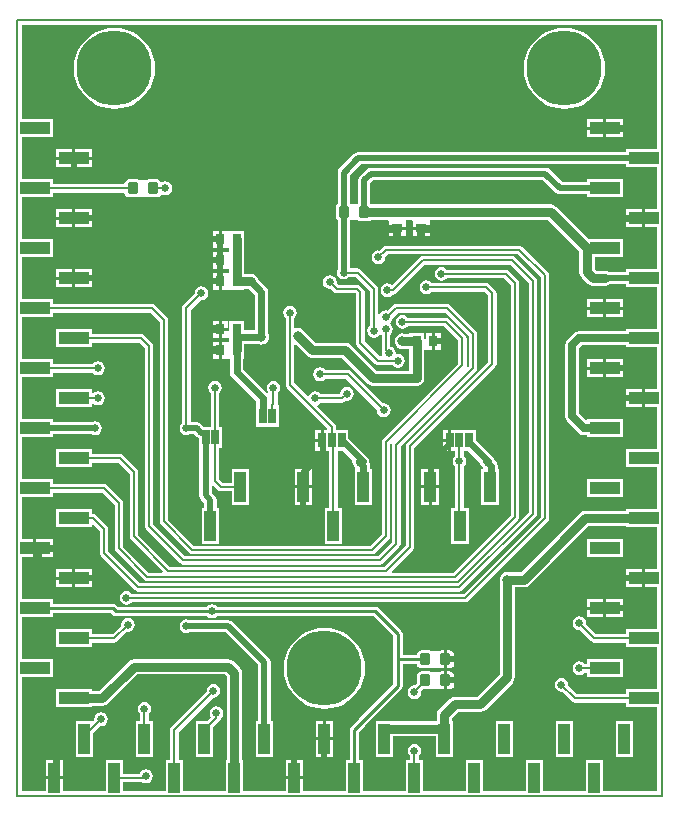
<source format=gbl>
G04*
G04 #@! TF.GenerationSoftware,Altium Limited,Altium Designer,20.2.6 (244)*
G04*
G04 Layer_Physical_Order=2*
G04 Layer_Color=16711680*
%FSLAX25Y25*%
%MOIN*%
G70*
G04*
G04 #@! TF.SameCoordinates,39434470-8384-4B1D-BF7C-59D8A565AEB1*
G04*
G04*
G04 #@! TF.FilePolarity,Positive*
G04*
G01*
G75*
%ADD11C,0.01000*%
%ADD12C,0.00500*%
%ADD14C,0.00800*%
%ADD18C,0.03000*%
%ADD20C,0.02400*%
%ADD21C,0.02000*%
%ADD22C,0.25000*%
%ADD23C,0.02500*%
%ADD24C,0.03200*%
%ADD25R,0.09843X0.03937*%
%ADD26R,0.03937X0.09843*%
%ADD27R,0.03740X0.02953*%
G04:AMPARAMS|DCode=28|XSize=39.37mil|YSize=35.43mil|CornerRadius=4.43mil|HoleSize=0mil|Usage=FLASHONLY|Rotation=270.000|XOffset=0mil|YOffset=0mil|HoleType=Round|Shape=RoundedRectangle|*
%AMROUNDEDRECTD28*
21,1,0.03937,0.02657,0,0,270.0*
21,1,0.03051,0.03543,0,0,270.0*
1,1,0.00886,-0.01329,-0.01526*
1,1,0.00886,-0.01329,0.01526*
1,1,0.00886,0.01329,0.01526*
1,1,0.00886,0.01329,-0.01526*
%
%ADD28ROUNDEDRECTD28*%
%ADD29R,0.02953X0.03740*%
%ADD30R,0.02500X0.05000*%
%ADD31C,0.02500*%
G36*
X213471Y215469D02*
X203075D01*
Y214539D01*
X113700D01*
X113700Y214539D01*
X112920Y214384D01*
X112258Y213942D01*
X112258Y213942D01*
X107458Y209142D01*
X107016Y208480D01*
X106861Y207700D01*
Y197284D01*
X106685Y197166D01*
X106366Y196689D01*
X106254Y196126D01*
Y193074D01*
X106366Y192511D01*
X106685Y192034D01*
X106861Y191916D01*
Y175398D01*
X106781Y175278D01*
X106606Y174400D01*
X106781Y173522D01*
X107278Y172778D01*
X108022Y172281D01*
X108900Y172106D01*
X109778Y172281D01*
X110522Y172778D01*
X110652Y172973D01*
X113009D01*
X117573Y168409D01*
Y156752D01*
X117378Y156622D01*
X116881Y155878D01*
X116706Y155000D01*
X116881Y154122D01*
X117378Y153378D01*
X118122Y152881D01*
X119000Y152706D01*
X119878Y152881D01*
X120622Y153378D01*
X120722Y153528D01*
X121316Y153638D01*
X121573Y153446D01*
Y148500D01*
X121573Y148500D01*
X121681Y147954D01*
X121770Y147821D01*
X121706Y147500D01*
X121818Y146939D01*
X121520Y146545D01*
X121002Y146517D01*
X115927Y151591D01*
Y168000D01*
X115819Y168546D01*
X115509Y169009D01*
X115509Y169009D01*
X114509Y170009D01*
X114046Y170319D01*
X113500Y170427D01*
X113500Y170427D01*
X107209D01*
X106557Y171079D01*
X106603Y171309D01*
X106429Y172187D01*
X105931Y172931D01*
X105187Y173428D01*
X104309Y173603D01*
X103431Y173428D01*
X102687Y172931D01*
X102190Y172187D01*
X102015Y171309D01*
X102190Y170431D01*
X102687Y169687D01*
X103431Y169190D01*
X104309Y169015D01*
X104539Y169061D01*
X105609Y167991D01*
X106072Y167681D01*
X106618Y167573D01*
X106618Y167573D01*
X112909D01*
X113073Y167409D01*
Y151000D01*
X113073Y151000D01*
X113181Y150454D01*
X113491Y149991D01*
X119491Y143991D01*
X119491Y143991D01*
X119954Y143681D01*
X120500Y143573D01*
X120500Y143573D01*
X125248D01*
X125378Y143378D01*
X126122Y142880D01*
X127000Y142706D01*
X127878Y142880D01*
X128622Y143378D01*
X129120Y144122D01*
X129294Y145000D01*
X129120Y145878D01*
X128622Y146622D01*
X127878Y147119D01*
X127000Y147294D01*
X126713Y147237D01*
X126263Y147657D01*
X126119Y148378D01*
X125622Y149122D01*
X124878Y149619D01*
X124427Y149709D01*
Y153748D01*
X124622Y153878D01*
X125119Y154622D01*
X125294Y155500D01*
X125119Y156378D01*
X124622Y157122D01*
X124431Y157250D01*
Y157750D01*
X124622Y157878D01*
X125119Y158622D01*
X125248Y159269D01*
X127051Y161073D01*
X142909D01*
X150573Y153409D01*
Y143124D01*
X150282Y142895D01*
X149867Y143196D01*
X149927Y143500D01*
X149927Y143500D01*
Y152500D01*
X149819Y153046D01*
X149509Y153509D01*
X149509Y153509D01*
X144009Y159009D01*
X143546Y159319D01*
X143000Y159427D01*
X143000Y159427D01*
X130252D01*
X130122Y159622D01*
X129378Y160119D01*
X128500Y160294D01*
X127622Y160119D01*
X126878Y159622D01*
X126381Y158878D01*
X126206Y158000D01*
X126381Y157122D01*
X126878Y156378D01*
X127622Y155880D01*
X128500Y155706D01*
X129378Y155880D01*
X130122Y156378D01*
X130252Y156573D01*
X142409D01*
X147073Y151909D01*
Y144091D01*
X121991Y119009D01*
X121681Y118546D01*
X121573Y118000D01*
X121573Y118000D01*
Y87110D01*
X117890Y83427D01*
X59091D01*
X50427Y92091D01*
Y158500D01*
X50319Y159046D01*
X50009Y159509D01*
X50009Y159509D01*
X46009Y163509D01*
X45546Y163819D01*
X45000Y163927D01*
X45000Y163927D01*
X11925D01*
Y165469D01*
X1529D01*
Y179532D01*
X11925D01*
Y185468D01*
X1529D01*
X1529Y199531D01*
X11925D01*
Y201073D01*
X35854D01*
Y200974D01*
X35966Y200411D01*
X36285Y199934D01*
X36762Y199615D01*
X37325Y199503D01*
X39982D01*
X40545Y199615D01*
X40738Y199744D01*
X43262D01*
X43455Y199615D01*
X44018Y199503D01*
X46675D01*
X47238Y199615D01*
X47715Y199934D01*
X48034Y200411D01*
X48369Y200550D01*
X48622Y200380D01*
X49500Y200206D01*
X50378Y200380D01*
X51122Y200878D01*
X51619Y201622D01*
X51794Y202500D01*
X51619Y203378D01*
X51122Y204122D01*
X50378Y204620D01*
X49500Y204794D01*
X48622Y204620D01*
X48369Y204450D01*
X48034Y204589D01*
X47715Y205066D01*
X47238Y205385D01*
X46675Y205497D01*
X44018D01*
X43455Y205385D01*
X43262Y205256D01*
X40738D01*
X40545Y205385D01*
X39982Y205497D01*
X37325D01*
X36762Y205385D01*
X36285Y205066D01*
X35966Y204589D01*
X35854Y204026D01*
Y203927D01*
X11925D01*
Y205469D01*
X1529D01*
Y219531D01*
X11925D01*
Y225468D01*
X1529D01*
Y256971D01*
X213471D01*
Y215469D01*
D02*
G37*
G36*
X203075Y209531D02*
X213471D01*
Y195468D01*
X209496D01*
Y192500D01*
Y189532D01*
X213471D01*
Y175469D01*
X203075D01*
Y174539D01*
X197452D01*
X196979Y174855D01*
X196004Y175049D01*
X193056D01*
X192549Y175556D01*
Y179532D01*
X201925D01*
Y185468D01*
X190636D01*
X179702Y196402D01*
X178876Y196955D01*
X177900Y197149D01*
X118127D01*
X118115Y197166D01*
X117786Y197386D01*
Y204302D01*
X118845Y205361D01*
X175255D01*
X179558Y201058D01*
X180220Y200616D01*
X181000Y200461D01*
X181000Y200461D01*
X190083D01*
Y199531D01*
X201925D01*
Y205469D01*
X190083D01*
Y204539D01*
X181845D01*
X177542Y208842D01*
X176880Y209284D01*
X176100Y209439D01*
X118000D01*
X118000Y209439D01*
X117220Y209284D01*
X116558Y208842D01*
X114304Y206588D01*
X113863Y205927D01*
X113707Y205147D01*
Y197386D01*
X113662Y197356D01*
X111138D01*
X110945Y197485D01*
X110939Y197486D01*
Y206855D01*
X114545Y210461D01*
X203075D01*
Y209531D01*
D02*
G37*
G36*
X187451Y181444D02*
Y174500D01*
X187645Y173524D01*
X188198Y172698D01*
X190198Y170698D01*
X191024Y170145D01*
X192000Y169951D01*
X196004D01*
X196979Y170145D01*
X197452Y170461D01*
X203075D01*
Y169532D01*
X213471D01*
Y155468D01*
X203075D01*
Y154794D01*
X187333D01*
X186455Y154620D01*
X185711Y154122D01*
X183378Y151789D01*
X182880Y151045D01*
X182706Y150167D01*
Y126500D01*
X182880Y125622D01*
X183378Y124878D01*
X187378Y120878D01*
X188122Y120380D01*
X189000Y120206D01*
X190083D01*
Y119532D01*
X201925D01*
Y125469D01*
X190083D01*
Y125369D01*
X189583Y125162D01*
X187294Y127450D01*
Y149217D01*
X188283Y150206D01*
X203075D01*
Y149531D01*
X213471D01*
Y135468D01*
X209496D01*
Y132500D01*
Y129532D01*
X213471D01*
Y115469D01*
X203075D01*
Y109531D01*
X213471D01*
Y95468D01*
X203075D01*
Y95049D01*
X189500D01*
X188524Y94855D01*
X187698Y94302D01*
X167944Y74549D01*
X164058D01*
X163500Y74622D01*
X162821Y74533D01*
X162189Y74271D01*
X161646Y73854D01*
X161229Y73311D01*
X160967Y72679D01*
X160878Y72000D01*
X160951Y71442D01*
Y40556D01*
X153444Y33049D01*
X146000D01*
X145025Y32855D01*
X144198Y32302D01*
X140698Y28802D01*
X140145Y27975D01*
X139951Y27000D01*
Y24966D01*
X122968D01*
X122722Y24917D01*
X119532D01*
Y13075D01*
X125469D01*
Y19868D01*
X139532D01*
Y13075D01*
X145468D01*
Y24917D01*
X145049D01*
Y25944D01*
X147056Y27951D01*
X154500D01*
X155475Y28145D01*
X156302Y28698D01*
X165302Y37698D01*
X165855Y38524D01*
X166049Y39500D01*
Y69451D01*
X169000D01*
X169975Y69645D01*
X170802Y70198D01*
X190556Y89951D01*
X203075D01*
Y89531D01*
X213471D01*
Y75468D01*
X209496D01*
Y72500D01*
Y69532D01*
X213471D01*
X213471Y55468D01*
X203075D01*
Y53927D01*
X193091D01*
X189748Y57270D01*
X189794Y57500D01*
X189620Y58378D01*
X189122Y59122D01*
X188378Y59619D01*
X187500Y59794D01*
X186622Y59619D01*
X185878Y59122D01*
X185380Y58378D01*
X185206Y57500D01*
X185380Y56622D01*
X185878Y55878D01*
X186622Y55381D01*
X187500Y55206D01*
X187730Y55252D01*
X191491Y51491D01*
X191491Y51491D01*
X191954Y51181D01*
X192500Y51073D01*
X192500Y51073D01*
X203075D01*
Y49531D01*
X213471D01*
Y35469D01*
X203075D01*
Y33927D01*
X186591D01*
X183748Y36770D01*
X183794Y37000D01*
X183619Y37878D01*
X183122Y38622D01*
X182378Y39119D01*
X181500Y39294D01*
X180622Y39119D01*
X179878Y38622D01*
X179381Y37878D01*
X179206Y37000D01*
X179381Y36122D01*
X179878Y35378D01*
X180622Y34881D01*
X181500Y34706D01*
X181730Y34752D01*
X184991Y31491D01*
X184991Y31491D01*
X185454Y31181D01*
X186000Y31073D01*
X186000Y31073D01*
X203075D01*
Y29531D01*
X213471D01*
Y1529D01*
X195468D01*
Y11925D01*
X189532D01*
Y1529D01*
X175469D01*
Y11925D01*
X169532D01*
Y1529D01*
X155468D01*
Y11925D01*
X149531D01*
Y1529D01*
X135468D01*
Y11925D01*
X133927D01*
Y13248D01*
X134122Y13378D01*
X134619Y14122D01*
X134794Y15000D01*
X134619Y15878D01*
X134122Y16622D01*
X133378Y17120D01*
X132500Y17294D01*
X131622Y17120D01*
X130878Y16622D01*
X130380Y15878D01*
X130206Y15000D01*
X130380Y14122D01*
X130878Y13378D01*
X131073Y13248D01*
Y11925D01*
X129532D01*
Y1529D01*
X115469D01*
Y11925D01*
X114029D01*
Y21315D01*
X116081Y23367D01*
X116184Y23522D01*
X128081Y35419D01*
X128413Y35915D01*
X128529Y36500D01*
Y43971D01*
X133354D01*
X133466Y43411D01*
X133784Y42934D01*
X134262Y42615D01*
X134825Y42503D01*
X137482D01*
X138045Y42615D01*
X138238Y42744D01*
X140762D01*
X140955Y42615D01*
X141518Y42503D01*
X142347D01*
Y45500D01*
Y48497D01*
X141518D01*
X140955Y48385D01*
X140762Y48256D01*
X138238D01*
X138045Y48385D01*
X137482Y48497D01*
X134825D01*
X134262Y48385D01*
X133784Y48066D01*
X133466Y47589D01*
X133354Y47029D01*
X128529D01*
Y54000D01*
X128413Y54585D01*
X128081Y55081D01*
X120581Y62581D01*
X120085Y62913D01*
X119500Y63029D01*
X66684D01*
X66622Y63122D01*
X65878Y63619D01*
X65000Y63794D01*
X64122Y63619D01*
X63378Y63122D01*
X63316Y63029D01*
X33634D01*
X33081Y63581D01*
X32585Y63913D01*
X32000Y64029D01*
X11925D01*
Y65469D01*
X1529D01*
Y79532D01*
X5504D01*
Y82500D01*
Y85469D01*
X1529D01*
Y99532D01*
X11925D01*
Y101073D01*
X28409D01*
X32573Y96909D01*
Y82500D01*
X32573Y82500D01*
X32681Y81954D01*
X32991Y81491D01*
X42491Y71991D01*
X42491Y71991D01*
X42954Y71681D01*
X43500Y71573D01*
X43500Y71573D01*
X146000D01*
X146000Y71573D01*
X146546Y71681D01*
X147009Y71991D01*
X167009Y91991D01*
X167009Y91991D01*
X167319Y92454D01*
X167427Y93000D01*
X167427Y93000D01*
Y171000D01*
X167427Y171000D01*
X167319Y171546D01*
X167009Y172009D01*
X167009Y172009D01*
X164009Y175009D01*
X163546Y175319D01*
X163000Y175427D01*
X163000Y175427D01*
X143252D01*
X143122Y175622D01*
X142378Y176119D01*
X141500Y176294D01*
X140622Y176119D01*
X139878Y175622D01*
X139381Y174878D01*
X139206Y174000D01*
X139381Y173122D01*
X139878Y172378D01*
X140622Y171880D01*
X141500Y171706D01*
X142378Y171880D01*
X143122Y172378D01*
X143252Y172573D01*
X162409D01*
X164573Y170409D01*
Y93591D01*
X145409Y74427D01*
X125099D01*
X124908Y74889D01*
X132009Y81991D01*
X132009Y81991D01*
X132319Y82454D01*
X132427Y83000D01*
X132427Y83000D01*
Y115909D01*
X159509Y142991D01*
X159509Y142991D01*
X159819Y143454D01*
X159927Y144000D01*
Y167500D01*
X159927Y167500D01*
X159819Y168046D01*
X159509Y168509D01*
X159509Y168509D01*
X157509Y170509D01*
X157046Y170819D01*
X156500Y170927D01*
X156500Y170927D01*
X138252D01*
X138122Y171122D01*
X137378Y171619D01*
X136500Y171794D01*
X135622Y171619D01*
X134878Y171122D01*
X134380Y170378D01*
X134206Y169500D01*
X134380Y168622D01*
X134878Y167878D01*
X135622Y167380D01*
X136500Y167206D01*
X137378Y167380D01*
X138122Y167878D01*
X138252Y168073D01*
X155909D01*
X157073Y166909D01*
Y144591D01*
X129991Y117509D01*
X129681Y117046D01*
X129573Y116500D01*
X129573Y116500D01*
Y83591D01*
X122409Y76427D01*
X51091D01*
X40427Y87091D01*
Y108000D01*
X40427Y108000D01*
X40319Y108546D01*
X40009Y109009D01*
X40009Y109009D01*
X35509Y113509D01*
X35046Y113819D01*
X34500Y113927D01*
X34500Y113927D01*
X24917D01*
Y115469D01*
X13075D01*
Y109531D01*
X24917D01*
Y111073D01*
X33909D01*
X37573Y107409D01*
Y86500D01*
X37573Y86500D01*
X37681Y85954D01*
X37991Y85491D01*
X48592Y74889D01*
X48401Y74427D01*
X44091D01*
X35427Y83091D01*
Y97500D01*
X35427Y97500D01*
X35319Y98046D01*
X35009Y98509D01*
X35009Y98509D01*
X30009Y103509D01*
X29546Y103819D01*
X29000Y103927D01*
X29000Y103927D01*
X11925D01*
Y105468D01*
X1529D01*
Y119532D01*
X11925D01*
Y120461D01*
X25002D01*
X25122Y120380D01*
X26000Y120206D01*
X26878Y120380D01*
X27622Y120878D01*
X28120Y121622D01*
X28294Y122500D01*
X28120Y123378D01*
X27622Y124122D01*
X26878Y124619D01*
X26000Y124794D01*
X25122Y124619D01*
X25002Y124539D01*
X11925D01*
Y125469D01*
X1529D01*
Y139532D01*
X11925D01*
Y141073D01*
X25248D01*
X25378Y140878D01*
X26122Y140381D01*
X27000Y140206D01*
X27878Y140381D01*
X28622Y140878D01*
X29120Y141622D01*
X29294Y142500D01*
X29120Y143378D01*
X28622Y144122D01*
X27878Y144620D01*
X27000Y144794D01*
X26122Y144620D01*
X25378Y144122D01*
X25248Y143927D01*
X11925D01*
Y145468D01*
X1529D01*
Y159531D01*
X11925D01*
Y161073D01*
X44409D01*
X47573Y157909D01*
Y91500D01*
X47573Y91500D01*
X47681Y90954D01*
X47991Y90491D01*
X57491Y80991D01*
X57491Y80991D01*
X57954Y80681D01*
X58500Y80573D01*
X58500Y80573D01*
X118481D01*
X118481Y80573D01*
X119028Y80681D01*
X119491Y80991D01*
X124009Y85509D01*
X124009Y85509D01*
X124319Y85972D01*
X124427Y86519D01*
Y117376D01*
X124718Y117605D01*
X125133Y117304D01*
X125073Y117000D01*
X125073Y117000D01*
Y84591D01*
X120409Y79927D01*
X56091D01*
X45427Y90591D01*
Y150000D01*
X45319Y150546D01*
X45009Y151009D01*
X45009Y151009D01*
X42509Y153509D01*
X42046Y153819D01*
X41500Y153927D01*
X41500Y153927D01*
X24917D01*
Y155468D01*
X13075D01*
Y149531D01*
X24917D01*
Y151073D01*
X40909D01*
X42573Y149409D01*
Y90000D01*
X42573Y90000D01*
X42681Y89454D01*
X42991Y88991D01*
X54491Y77491D01*
X54491Y77491D01*
X54954Y77181D01*
X55500Y77073D01*
X55500Y77073D01*
X121000D01*
X121000Y77073D01*
X121546Y77181D01*
X122009Y77491D01*
X127509Y82991D01*
X127509Y82991D01*
X127819Y83454D01*
X127927Y84000D01*
Y116409D01*
X153009Y141491D01*
X153009Y141491D01*
X153319Y141954D01*
X153427Y142500D01*
X153427Y142500D01*
Y154000D01*
X153427Y154000D01*
X153319Y154546D01*
X153009Y155009D01*
X153009Y155009D01*
X144509Y163509D01*
X144046Y163819D01*
X143500Y163927D01*
X143500Y163927D01*
X126460D01*
X126460Y163927D01*
X125914Y163819D01*
X125451Y163509D01*
X125451Y163509D01*
X123613Y161672D01*
X123000Y161794D01*
X122122Y161619D01*
X121378Y161122D01*
X120927Y160448D01*
X120640Y160459D01*
X120427Y160531D01*
Y169000D01*
X120319Y169546D01*
X120009Y170009D01*
X120009Y170009D01*
X114609Y175409D01*
X114146Y175719D01*
X113600Y175827D01*
X113600Y175827D01*
X110939D01*
Y191714D01*
X110945Y191715D01*
X111138Y191844D01*
X113662D01*
X113855Y191715D01*
X114418Y191603D01*
X117075D01*
X117638Y191715D01*
X118115Y192034D01*
X118127Y192051D01*
X123762D01*
X123930Y191621D01*
X123930Y191551D01*
Y189644D01*
X126800D01*
X129670D01*
Y191551D01*
X129670Y191621D01*
X129838Y192051D01*
X131762D01*
X131930Y191621D01*
X131930Y191551D01*
Y189644D01*
X134800D01*
X137670D01*
Y191551D01*
X137670Y191621D01*
X137838Y192051D01*
X176844D01*
X187451Y181444D01*
D02*
G37*
G36*
X31919Y60419D02*
X32415Y60087D01*
X33000Y59971D01*
X63316D01*
X63378Y59878D01*
X64122Y59381D01*
X65000Y59206D01*
X65878Y59381D01*
X66622Y59878D01*
X66684Y59971D01*
X118867D01*
X125471Y53367D01*
Y46000D01*
Y37133D01*
X113919Y25581D01*
X113815Y25427D01*
X111419Y23030D01*
X111087Y22534D01*
X110971Y21949D01*
Y11925D01*
X109531D01*
Y1529D01*
X95468D01*
Y5504D01*
X92500D01*
X89531D01*
Y1529D01*
X75468D01*
Y11925D01*
X75049D01*
Y40317D01*
X75122Y40875D01*
X75033Y41554D01*
X74771Y42186D01*
X74354Y42729D01*
X74348Y42734D01*
X74302Y42802D01*
X72302Y44802D01*
X71475Y45355D01*
X70500Y45549D01*
X39000D01*
X38025Y45355D01*
X37198Y44802D01*
X27444Y35049D01*
X24917D01*
Y35469D01*
X13075D01*
Y29531D01*
X24917D01*
Y29951D01*
X28500D01*
X29476Y30145D01*
X30302Y30698D01*
X40056Y40451D01*
X69444D01*
X69951Y39944D01*
Y11925D01*
X69532D01*
Y1529D01*
X55468D01*
Y11925D01*
X53927D01*
Y21409D01*
X65270Y32752D01*
X65500Y32706D01*
X66378Y32880D01*
X67122Y33378D01*
X67619Y34122D01*
X67794Y35000D01*
X67619Y35878D01*
X67122Y36622D01*
X66378Y37119D01*
X65500Y37294D01*
X64622Y37119D01*
X63878Y36622D01*
X63381Y35878D01*
X63206Y35000D01*
X63252Y34770D01*
X51491Y23009D01*
X51181Y22546D01*
X51073Y22000D01*
X51073Y22000D01*
Y11925D01*
X49531D01*
Y1529D01*
X35469D01*
Y4577D01*
X41829D01*
X42122Y4381D01*
X43000Y4206D01*
X43878Y4381D01*
X44622Y4878D01*
X45120Y5622D01*
X45294Y6500D01*
X45120Y7378D01*
X44622Y8122D01*
X43878Y8619D01*
X43000Y8794D01*
X42122Y8619D01*
X41378Y8122D01*
X40916Y7431D01*
X35469D01*
Y11925D01*
X29531D01*
Y1529D01*
X15469D01*
Y5504D01*
X12500D01*
X9532D01*
Y1529D01*
X1529D01*
Y39531D01*
X11925D01*
Y45469D01*
X1529D01*
Y59531D01*
X11925D01*
Y60971D01*
X31367D01*
X31919Y60419D01*
D02*
G37*
%LPC*%
G36*
X182500Y256042D02*
X180382Y255875D01*
X178315Y255379D01*
X176352Y254566D01*
X174540Y253455D01*
X172924Y252076D01*
X171545Y250460D01*
X170434Y248648D01*
X169621Y246685D01*
X169125Y244618D01*
X168958Y242500D01*
X169125Y240382D01*
X169621Y238315D01*
X170434Y236352D01*
X171545Y234540D01*
X172924Y232925D01*
X174540Y231544D01*
X176352Y230434D01*
X178315Y229621D01*
X180382Y229125D01*
X182500Y228958D01*
X184618Y229125D01*
X186685Y229621D01*
X188648Y230434D01*
X190460Y231544D01*
X192076Y232925D01*
X193456Y234540D01*
X194566Y236352D01*
X195379Y238315D01*
X195875Y240382D01*
X196042Y242500D01*
X195875Y244618D01*
X195379Y246685D01*
X194566Y248648D01*
X193456Y250460D01*
X192076Y252076D01*
X190460Y253455D01*
X188648Y254566D01*
X186685Y255379D01*
X184618Y255875D01*
X182500Y256042D01*
D02*
G37*
G36*
X32500D02*
X30382Y255875D01*
X28315Y255379D01*
X26352Y254566D01*
X24540Y253455D01*
X22925Y252076D01*
X21544Y250460D01*
X20434Y248648D01*
X19621Y246685D01*
X19125Y244618D01*
X18958Y242500D01*
X19125Y240382D01*
X19621Y238315D01*
X20434Y236352D01*
X21544Y234540D01*
X22925Y232925D01*
X24540Y231544D01*
X26352Y230434D01*
X28315Y229621D01*
X30382Y229125D01*
X32500Y228958D01*
X34618Y229125D01*
X36685Y229621D01*
X38648Y230434D01*
X40460Y231544D01*
X42075Y232925D01*
X43455Y234540D01*
X44566Y236352D01*
X45379Y238315D01*
X45875Y240382D01*
X46042Y242500D01*
X45875Y244618D01*
X45379Y246685D01*
X44566Y248648D01*
X43455Y250460D01*
X42075Y252076D01*
X40460Y253455D01*
X38648Y254566D01*
X36685Y255379D01*
X34618Y255875D01*
X32500Y256042D01*
D02*
G37*
G36*
X201925Y225468D02*
X196504D01*
Y223000D01*
X201925D01*
Y225468D01*
D02*
G37*
G36*
X195504D02*
X190083D01*
Y223000D01*
X195504D01*
Y225468D01*
D02*
G37*
G36*
X201925Y222000D02*
X196504D01*
Y219531D01*
X201925D01*
Y222000D01*
D02*
G37*
G36*
X195504D02*
X190083D01*
Y219531D01*
X195504D01*
Y222000D01*
D02*
G37*
G36*
X24917Y215469D02*
X19496D01*
Y213000D01*
X24917D01*
Y215469D01*
D02*
G37*
G36*
X18496D02*
X13075D01*
Y213000D01*
X18496D01*
Y215469D01*
D02*
G37*
G36*
X24917Y212000D02*
X19496D01*
Y209531D01*
X24917D01*
Y212000D01*
D02*
G37*
G36*
X18496D02*
X13075D01*
Y209531D01*
X18496D01*
Y212000D01*
D02*
G37*
G36*
X24917Y195468D02*
X19496D01*
Y193000D01*
X24917D01*
Y195468D01*
D02*
G37*
G36*
X18496D02*
X13075D01*
Y193000D01*
X18496D01*
Y195468D01*
D02*
G37*
G36*
X24917Y192000D02*
X19496D01*
Y189532D01*
X24917D01*
Y192000D01*
D02*
G37*
G36*
X18496D02*
X13075D01*
Y189532D01*
X18496D01*
Y192000D01*
D02*
G37*
G36*
X67244Y188370D02*
X65268D01*
Y186000D01*
X67244D01*
Y188370D01*
D02*
G37*
G36*
X75732D02*
X70780D01*
Y186060D01*
X70720Y185991D01*
X70221Y186175D01*
Y188370D01*
X68244D01*
Y185500D01*
Y182630D01*
X70207D01*
X70221Y182630D01*
X70707Y182597D01*
Y181403D01*
X70221Y181370D01*
X70207Y181370D01*
X68244D01*
Y178500D01*
Y175630D01*
X70207D01*
X70221Y175630D01*
X70707Y175597D01*
Y174403D01*
X70221Y174370D01*
X70207Y174370D01*
X68244D01*
Y171500D01*
Y168630D01*
X70221D01*
Y170825D01*
X70720Y171009D01*
X70780Y170940D01*
Y168630D01*
X75732D01*
Y168951D01*
X77377D01*
X79257Y167071D01*
Y155243D01*
X75732D01*
Y158370D01*
X70780D01*
Y154304D01*
X70720Y154235D01*
X70221Y154419D01*
Y155000D01*
X68244D01*
Y152630D01*
X70207D01*
X70221Y152630D01*
X70707Y152597D01*
Y151403D01*
X70221Y151370D01*
X70207Y151370D01*
X68244D01*
Y148500D01*
Y145630D01*
X70221D01*
Y147825D01*
X70720Y148009D01*
X70780Y147940D01*
Y145630D01*
X71013D01*
Y141244D01*
X71184Y140386D01*
X71670Y139658D01*
X79635Y131693D01*
Y130000D01*
X79628D01*
Y123000D01*
X87372D01*
Y130000D01*
X87322D01*
X86912Y130500D01*
X86927Y130578D01*
X86927Y130578D01*
Y134248D01*
X87122Y134378D01*
X87619Y135122D01*
X87794Y136000D01*
X87619Y136878D01*
X87122Y137622D01*
X86378Y138119D01*
X85500Y138294D01*
X84622Y138119D01*
X83878Y137622D01*
X83381Y136878D01*
X83206Y136000D01*
X83381Y135122D01*
X83629Y134750D01*
X83240Y134432D01*
X75499Y142173D01*
Y145630D01*
X75732D01*
Y148135D01*
X75805Y148500D01*
Y150757D01*
X80152D01*
X80189Y150729D01*
X80821Y150467D01*
X81500Y150378D01*
X82179Y150467D01*
X82811Y150729D01*
X83354Y151146D01*
X83771Y151689D01*
X84033Y152321D01*
X84122Y153000D01*
X84033Y153679D01*
X83771Y154311D01*
X83743Y154348D01*
Y168000D01*
X83572Y168858D01*
X83086Y169586D01*
X80394Y172278D01*
X80355Y172476D01*
X79802Y173302D01*
X78975Y173855D01*
X78000Y174049D01*
X75805D01*
Y178500D01*
Y185500D01*
X75732Y185865D01*
Y188370D01*
D02*
G37*
G36*
X67244Y185000D02*
X65268D01*
Y182630D01*
X67244D01*
Y185000D01*
D02*
G37*
G36*
Y181370D02*
X65268D01*
Y179000D01*
X67244D01*
Y181370D01*
D02*
G37*
G36*
Y178000D02*
X65268D01*
Y175630D01*
X67244D01*
Y178000D01*
D02*
G37*
G36*
X24917Y175469D02*
X19496D01*
Y173000D01*
X24917D01*
Y175469D01*
D02*
G37*
G36*
X18496D02*
X13075D01*
Y173000D01*
X18496D01*
Y175469D01*
D02*
G37*
G36*
X67244Y174370D02*
X65268D01*
Y172000D01*
X67244D01*
Y174370D01*
D02*
G37*
G36*
X24917Y172000D02*
X19496D01*
Y169532D01*
X24917D01*
Y172000D01*
D02*
G37*
G36*
X18496D02*
X13075D01*
Y169532D01*
X18496D01*
Y172000D01*
D02*
G37*
G36*
X67244Y171000D02*
X65268D01*
Y168630D01*
X67244D01*
Y171000D01*
D02*
G37*
G36*
X61500Y169794D02*
X60622Y169620D01*
X59878Y169122D01*
X59381Y168378D01*
X59206Y167500D01*
X59252Y167270D01*
X55491Y163509D01*
X55181Y163046D01*
X55073Y162500D01*
X55073Y162500D01*
Y124252D01*
X54878Y124122D01*
X54381Y123378D01*
X54206Y122500D01*
X54381Y121622D01*
X54878Y120878D01*
X55622Y120380D01*
X56500Y120206D01*
X57378Y120380D01*
X57498Y120461D01*
X59034D01*
X59936Y119558D01*
X60598Y119116D01*
X60628Y119110D01*
Y116000D01*
X60839D01*
Y100122D01*
X60994Y99341D01*
X61436Y98680D01*
X62461Y97655D01*
Y95925D01*
X61532D01*
Y84083D01*
X67469D01*
Y95925D01*
X66539D01*
Y98500D01*
X66384Y99280D01*
X65942Y99942D01*
X64917Y100966D01*
Y103357D01*
X65417Y103564D01*
X66995Y101987D01*
X66995Y101987D01*
X67458Y101677D01*
X68004Y101569D01*
X68004Y101569D01*
X71531D01*
Y97075D01*
X77469D01*
Y108917D01*
X71531D01*
Y104423D01*
X68595D01*
X67427Y105591D01*
Y116000D01*
X68372D01*
Y123000D01*
X67427D01*
Y134248D01*
X67622Y134378D01*
X68119Y135122D01*
X68294Y136000D01*
X68119Y136878D01*
X67622Y137622D01*
X66878Y138119D01*
X66000Y138294D01*
X65122Y138119D01*
X64378Y137622D01*
X63881Y136878D01*
X63706Y136000D01*
X63881Y135122D01*
X64378Y134378D01*
X64573Y134248D01*
Y123000D01*
X62825D01*
X62628Y123039D01*
X62223D01*
X61320Y123942D01*
X60659Y124384D01*
X59878Y124539D01*
X57927D01*
Y161909D01*
X61270Y165252D01*
X61500Y165206D01*
X62378Y165381D01*
X63122Y165878D01*
X63619Y166622D01*
X63794Y167500D01*
X63619Y168378D01*
X63122Y169122D01*
X62378Y169620D01*
X61500Y169794D01*
D02*
G37*
G36*
X70221Y158370D02*
X68244D01*
Y156000D01*
X70221D01*
Y158370D01*
D02*
G37*
G36*
X67244D02*
X65268D01*
Y156000D01*
X67244D01*
Y158370D01*
D02*
G37*
G36*
Y155000D02*
X65268D01*
Y152630D01*
X67244D01*
Y155000D01*
D02*
G37*
G36*
X141232Y154370D02*
X139256D01*
Y152000D01*
X141232D01*
Y154370D01*
D02*
G37*
G36*
X67244Y151370D02*
X65268D01*
Y149000D01*
X67244D01*
Y151370D01*
D02*
G37*
G36*
X141232Y151000D02*
X139256D01*
Y148630D01*
X141232D01*
Y151000D01*
D02*
G37*
G36*
X67244Y148000D02*
X65268D01*
Y145630D01*
X67244D01*
Y148000D01*
D02*
G37*
G36*
X91000Y163294D02*
X90122Y163119D01*
X89378Y162622D01*
X88881Y161878D01*
X88706Y161000D01*
X88881Y160122D01*
X89378Y159378D01*
X89573Y159248D01*
Y137000D01*
X89573Y137000D01*
X89681Y136454D01*
X89991Y135991D01*
X103481Y122500D01*
X103352Y122000D01*
X102255D01*
Y118500D01*
Y115000D01*
X104073D01*
Y111500D01*
Y95925D01*
X102532D01*
Y84083D01*
X108468D01*
Y95925D01*
X106927D01*
Y111500D01*
Y115000D01*
X108571D01*
X111786Y111785D01*
X111730Y111500D01*
X111901Y110642D01*
X112387Y109914D01*
X112787Y109514D01*
X112852Y109417D01*
X112806Y109221D01*
X112667Y108917D01*
X112531D01*
Y97075D01*
X118468D01*
Y108917D01*
X117743D01*
Y110000D01*
X117572Y110858D01*
X117408Y111105D01*
X117486Y111500D01*
X117316Y112358D01*
X116829Y113086D01*
X110493Y119422D01*
Y122000D01*
X106427D01*
Y123000D01*
X106427Y123000D01*
X106319Y123546D01*
X106009Y124009D01*
X100136Y129883D01*
X100281Y130361D01*
X100378Y130380D01*
X101122Y130878D01*
X101252Y131073D01*
X108500D01*
X108500Y131073D01*
X109046Y131181D01*
X109509Y131491D01*
X109770Y131752D01*
X110000Y131706D01*
X110878Y131880D01*
X111622Y132378D01*
X112119Y133122D01*
X112294Y134000D01*
X112119Y134878D01*
X111622Y135622D01*
X110878Y136119D01*
X110000Y136294D01*
X109122Y136119D01*
X108378Y135622D01*
X107880Y134878D01*
X107706Y134000D01*
X107646Y133927D01*
X101252D01*
X101122Y134122D01*
X100378Y134619D01*
X99500Y134794D01*
X98622Y134619D01*
X97878Y134122D01*
X97381Y133378D01*
X97361Y133281D01*
X96883Y133136D01*
X92427Y137591D01*
Y150314D01*
X92889Y150506D01*
X96698Y146698D01*
X97524Y146145D01*
X98500Y145951D01*
X108444D01*
X117009Y137386D01*
X117836Y136834D01*
X118811Y136640D01*
X133244D01*
X134220Y136834D01*
X135047Y137386D01*
X135599Y138213D01*
X135793Y139189D01*
Y148597D01*
X136279Y148630D01*
X136293Y148630D01*
X138256D01*
Y151500D01*
Y154370D01*
X136279D01*
Y152175D01*
X135780Y151991D01*
X135721Y152060D01*
Y154370D01*
X130768D01*
Y154049D01*
X129058D01*
X128500Y154122D01*
X127821Y154033D01*
X127189Y153771D01*
X126646Y153354D01*
X126229Y152811D01*
X125967Y152179D01*
X125878Y151500D01*
X125967Y150821D01*
X126229Y150189D01*
X126646Y149646D01*
X127189Y149229D01*
X127821Y148967D01*
X128500Y148878D01*
X129058Y148951D01*
X130695D01*
Y141738D01*
X119867D01*
X111302Y150302D01*
X110476Y150855D01*
X109500Y151049D01*
X99556D01*
X95947Y154658D01*
X95604Y155104D01*
X95061Y155521D01*
X94429Y155783D01*
X93750Y155872D01*
X93071Y155783D01*
X92927Y155724D01*
X92427Y156058D01*
Y159248D01*
X92622Y159378D01*
X93119Y160122D01*
X93294Y161000D01*
X93119Y161878D01*
X92622Y162622D01*
X91878Y163119D01*
X91000Y163294D01*
D02*
G37*
G36*
X101000Y142794D02*
X100122Y142620D01*
X99378Y142122D01*
X98881Y141378D01*
X98706Y140500D01*
X98881Y139622D01*
X99378Y138878D01*
X100122Y138381D01*
X101000Y138206D01*
X101878Y138381D01*
X102622Y138878D01*
X102752Y139073D01*
X109659D01*
X120002Y128730D01*
X119956Y128500D01*
X120131Y127622D01*
X120628Y126878D01*
X121372Y126381D01*
X122250Y126206D01*
X123128Y126381D01*
X123872Y126878D01*
X124370Y127622D01*
X124544Y128500D01*
X124370Y129378D01*
X123872Y130122D01*
X123128Y130620D01*
X122250Y130794D01*
X122020Y130748D01*
X111259Y141509D01*
X110796Y141819D01*
X110250Y141927D01*
X110250Y141927D01*
X102752D01*
X102622Y142122D01*
X101878Y142620D01*
X101000Y142794D01*
D02*
G37*
G36*
X101256Y122000D02*
X99506D01*
Y119000D01*
X101256D01*
Y122000D01*
D02*
G37*
G36*
Y118000D02*
X99506D01*
Y115000D01*
X101256D01*
Y118000D01*
D02*
G37*
G36*
X98469Y108917D02*
X96000D01*
Y103496D01*
X98469D01*
Y108917D01*
D02*
G37*
G36*
X95000D02*
X92532D01*
Y103496D01*
X95000D01*
Y108917D01*
D02*
G37*
G36*
X98469Y102496D02*
X96000D01*
Y97075D01*
X98469D01*
Y102496D01*
D02*
G37*
G36*
X95000D02*
X92532D01*
Y97075D01*
X95000D01*
Y102496D01*
D02*
G37*
G36*
X208496Y195468D02*
X203075D01*
Y193000D01*
X208496D01*
Y195468D01*
D02*
G37*
G36*
Y192000D02*
X203075D01*
Y189532D01*
X208496D01*
Y192000D01*
D02*
G37*
G36*
X137670Y188644D02*
X135300D01*
Y186668D01*
X137670D01*
Y188644D01*
D02*
G37*
G36*
X134300D02*
X131930D01*
Y186668D01*
X134300D01*
Y188644D01*
D02*
G37*
G36*
X129670D02*
X127300D01*
Y186668D01*
X129670D01*
Y188644D01*
D02*
G37*
G36*
X126300D02*
X123930D01*
Y186668D01*
X126300D01*
Y188644D01*
D02*
G37*
G36*
X167500Y183427D02*
X167500Y183427D01*
X123000D01*
X122454Y183319D01*
X121991Y183009D01*
X121991Y183009D01*
X120730Y181748D01*
X120500Y181794D01*
X119622Y181620D01*
X118878Y181122D01*
X118380Y180378D01*
X118206Y179500D01*
X118380Y178622D01*
X118878Y177878D01*
X119622Y177381D01*
X120500Y177206D01*
X121378Y177381D01*
X122122Y177878D01*
X122619Y178622D01*
X122794Y179500D01*
X122748Y179730D01*
X123591Y180573D01*
X166909D01*
X174573Y172909D01*
Y93091D01*
X148909Y67427D01*
X38252D01*
X38122Y67622D01*
X37378Y68119D01*
X36500Y68294D01*
X35622Y68119D01*
X34878Y67622D01*
X34380Y66878D01*
X34206Y66000D01*
X34380Y65122D01*
X34878Y64378D01*
X35622Y63881D01*
X36500Y63706D01*
X37378Y63881D01*
X38122Y64378D01*
X38252Y64573D01*
X149500D01*
X149500Y64573D01*
X150046Y64681D01*
X150509Y64991D01*
X177009Y91491D01*
X177319Y91954D01*
X177427Y92500D01*
X177427Y92500D01*
Y173500D01*
X177427Y173500D01*
X177319Y174046D01*
X177009Y174509D01*
X177009Y174509D01*
X168509Y183009D01*
X168046Y183319D01*
X167500Y183427D01*
D02*
G37*
G36*
X165000Y179927D02*
X165000Y179927D01*
X135500D01*
X135500Y179927D01*
X134954Y179819D01*
X134491Y179509D01*
X134491Y179509D01*
X125111Y170130D01*
X124378Y170619D01*
X123500Y170794D01*
X122622Y170619D01*
X121878Y170122D01*
X121380Y169378D01*
X121206Y168500D01*
X121380Y167622D01*
X121878Y166878D01*
X122622Y166381D01*
X123500Y166206D01*
X124378Y166381D01*
X125122Y166878D01*
X125252Y167073D01*
X125500D01*
X125500Y167073D01*
X126046Y167181D01*
X126509Y167491D01*
X136091Y177073D01*
X164409D01*
X170573Y170909D01*
Y94591D01*
X146909Y70927D01*
X41091D01*
X30427Y81591D01*
Y89000D01*
X30427Y89000D01*
X30319Y89546D01*
X30009Y90009D01*
X30009Y90009D01*
X26509Y93509D01*
X26046Y93819D01*
X25500Y93927D01*
X25500Y93927D01*
X24917D01*
Y95468D01*
X13075D01*
Y89531D01*
X24917D01*
Y90411D01*
X25379Y90602D01*
X27573Y88409D01*
Y81000D01*
X27573Y81000D01*
X27681Y80454D01*
X27991Y79991D01*
X39491Y68491D01*
X39491Y68491D01*
X39954Y68181D01*
X40500Y68073D01*
X40500Y68073D01*
X147500D01*
X147500Y68073D01*
X148046Y68181D01*
X148509Y68491D01*
X173009Y92991D01*
X173009Y92991D01*
X173319Y93454D01*
X173427Y94000D01*
Y171500D01*
X173319Y172046D01*
X173009Y172509D01*
X173009Y172509D01*
X166009Y179509D01*
X165546Y179819D01*
X165000Y179927D01*
D02*
G37*
G36*
X201925Y165469D02*
X196504D01*
Y163000D01*
X201925D01*
Y165469D01*
D02*
G37*
G36*
X195504D02*
X190083D01*
Y163000D01*
X195504D01*
Y165469D01*
D02*
G37*
G36*
X201925Y162000D02*
X196504D01*
Y159531D01*
X201925D01*
Y162000D01*
D02*
G37*
G36*
X195504D02*
X190083D01*
Y159531D01*
X195504D01*
Y162000D01*
D02*
G37*
G36*
X201925Y145468D02*
X196504D01*
Y143000D01*
X201925D01*
Y145468D01*
D02*
G37*
G36*
X195504D02*
X190083D01*
Y143000D01*
X195504D01*
Y145468D01*
D02*
G37*
G36*
X201925Y142000D02*
X196504D01*
Y139532D01*
X201925D01*
Y142000D01*
D02*
G37*
G36*
X195504D02*
X190083D01*
Y139532D01*
X195504D01*
Y142000D01*
D02*
G37*
G36*
X208496Y135468D02*
X203075D01*
Y133000D01*
X208496D01*
Y135468D01*
D02*
G37*
G36*
X24917D02*
X13075D01*
Y129532D01*
X24917D01*
Y130667D01*
X25221Y130806D01*
X25417Y130851D01*
X26122Y130380D01*
X27000Y130206D01*
X27878Y130380D01*
X28622Y130878D01*
X29120Y131622D01*
X29294Y132500D01*
X29120Y133378D01*
X28622Y134122D01*
X27878Y134619D01*
X27000Y134794D01*
X26122Y134619D01*
X25417Y134149D01*
X25221Y134194D01*
X24917Y134333D01*
Y135468D01*
D02*
G37*
G36*
X208496Y132000D02*
X203075D01*
Y129532D01*
X208496D01*
Y132000D01*
D02*
G37*
G36*
X143755Y122000D02*
X142006D01*
Y119000D01*
X143755D01*
Y122000D01*
D02*
G37*
G36*
Y118000D02*
X142006D01*
Y115000D01*
X143755D01*
Y118000D01*
D02*
G37*
G36*
X140769Y108917D02*
X138300D01*
Y103496D01*
X140769D01*
Y108917D01*
D02*
G37*
G36*
X137300D02*
X134832D01*
Y103496D01*
X137300D01*
Y108917D01*
D02*
G37*
G36*
X201925Y105468D02*
X190083D01*
Y99532D01*
X201925D01*
Y105468D01*
D02*
G37*
G36*
X152993Y122000D02*
X144755D01*
Y118500D01*
Y115000D01*
X146073D01*
Y113252D01*
X145878Y113122D01*
X145380Y112378D01*
X145206Y111500D01*
X145380Y110622D01*
X145878Y109878D01*
X146073Y109748D01*
Y95925D01*
X144832D01*
Y84083D01*
X150768D01*
Y95925D01*
X148927D01*
Y109748D01*
X149122Y109878D01*
X149619Y110622D01*
X149794Y111500D01*
X149619Y112378D01*
X149122Y113122D01*
X148927Y113252D01*
Y115000D01*
X150328D01*
X154363Y110964D01*
X154428Y110642D01*
X154914Y109914D01*
X155233Y109595D01*
X155351Y109417D01*
X155306Y109221D01*
X155167Y108917D01*
X154832D01*
Y97075D01*
X160768D01*
Y108917D01*
X160243D01*
Y110000D01*
X160072Y110858D01*
X159586Y111586D01*
X159137Y112036D01*
X159072Y112358D01*
X158586Y113086D01*
X152993Y118679D01*
Y122000D01*
D02*
G37*
G36*
X140769Y102496D02*
X138300D01*
Y97075D01*
X140769D01*
Y102496D01*
D02*
G37*
G36*
X137300D02*
X134832D01*
Y97075D01*
X137300D01*
Y102496D01*
D02*
G37*
G36*
X11925Y85469D02*
X6504D01*
Y83000D01*
X11925D01*
Y85469D01*
D02*
G37*
G36*
X201925D02*
X190083D01*
Y79532D01*
X201925D01*
Y85469D01*
D02*
G37*
G36*
X11925Y82000D02*
X6504D01*
Y79532D01*
X11925D01*
Y82000D01*
D02*
G37*
G36*
X208496Y75468D02*
X203075D01*
Y73000D01*
X208496D01*
Y75468D01*
D02*
G37*
G36*
X24917D02*
X19496D01*
Y73000D01*
X24917D01*
Y75468D01*
D02*
G37*
G36*
X18496D02*
X13075D01*
Y73000D01*
X18496D01*
Y75468D01*
D02*
G37*
G36*
X208496Y72000D02*
X203075D01*
Y69532D01*
X208496D01*
Y72000D01*
D02*
G37*
G36*
X24917D02*
X19496D01*
Y69532D01*
X24917D01*
Y72000D01*
D02*
G37*
G36*
X18496D02*
X13075D01*
Y69532D01*
X18496D01*
Y72000D01*
D02*
G37*
G36*
X201925Y65469D02*
X196504D01*
Y63000D01*
X201925D01*
Y65469D01*
D02*
G37*
G36*
X195504D02*
X190083D01*
Y63000D01*
X195504D01*
Y65469D01*
D02*
G37*
G36*
X201925Y62000D02*
X196504D01*
Y59531D01*
X201925D01*
Y62000D01*
D02*
G37*
G36*
X195504D02*
X190083D01*
Y59531D01*
X195504D01*
Y62000D01*
D02*
G37*
G36*
X144175Y48497D02*
X143347D01*
Y46000D01*
X145646D01*
Y47026D01*
X145534Y47589D01*
X145215Y48066D01*
X144738Y48385D01*
X144175Y48497D01*
D02*
G37*
G36*
X201925Y45469D02*
X190083D01*
Y43927D01*
X189252D01*
X189122Y44122D01*
X188378Y44620D01*
X187500Y44794D01*
X186622Y44620D01*
X185878Y44122D01*
X185380Y43378D01*
X185206Y42500D01*
X185380Y41622D01*
X185878Y40878D01*
X186622Y40380D01*
X187500Y40206D01*
X188378Y40380D01*
X189122Y40878D01*
X189252Y41073D01*
X190083D01*
Y39531D01*
X201925D01*
Y45469D01*
D02*
G37*
G36*
X145646Y45000D02*
X143347D01*
Y42503D01*
X144175D01*
X144738Y42615D01*
X145215Y42934D01*
X145534Y43411D01*
X145646Y43974D01*
Y45000D01*
D02*
G37*
G36*
X142347Y41497D02*
X141518D01*
X140955Y41385D01*
X140762Y41256D01*
X138238D01*
X138045Y41385D01*
X137482Y41497D01*
X134825D01*
X134262Y41385D01*
X133784Y41066D01*
X133466Y40589D01*
X133354Y40026D01*
Y37522D01*
X132605Y36773D01*
X132500Y36794D01*
X131622Y36619D01*
X130878Y36122D01*
X130380Y35378D01*
X130206Y34500D01*
X130380Y33622D01*
X130878Y32878D01*
X131622Y32381D01*
X132500Y32206D01*
X133378Y32381D01*
X134122Y32878D01*
X134619Y33622D01*
X134794Y34500D01*
X134724Y34855D01*
X135372Y35503D01*
X137482D01*
X138045Y35615D01*
X138238Y35744D01*
X140762D01*
X140955Y35615D01*
X141518Y35503D01*
X142347D01*
Y38500D01*
Y41497D01*
D02*
G37*
G36*
X144175D02*
X143347D01*
Y39000D01*
X145646D01*
Y40026D01*
X145534Y40589D01*
X145215Y41066D01*
X144738Y41385D01*
X144175Y41497D01*
D02*
G37*
G36*
X145646Y38000D02*
X143347D01*
Y35503D01*
X144175D01*
X144738Y35615D01*
X145215Y35934D01*
X145534Y36411D01*
X145646Y36974D01*
Y38000D01*
D02*
G37*
G36*
X205469Y24917D02*
X199531D01*
Y13075D01*
X205469D01*
Y24917D01*
D02*
G37*
G36*
X185468D02*
X179532D01*
Y13075D01*
X185468D01*
Y24917D01*
D02*
G37*
G36*
X165469D02*
X159531D01*
Y13075D01*
X165469D01*
Y24917D01*
D02*
G37*
G36*
X37000Y59294D02*
X36122Y59119D01*
X35378Y58622D01*
X34881Y57878D01*
X34706Y57000D01*
X34752Y56770D01*
X31909Y53927D01*
X24917D01*
Y55468D01*
X13075D01*
Y49531D01*
X24917D01*
Y51073D01*
X32500D01*
X32500Y51073D01*
X33046Y51181D01*
X33509Y51491D01*
X36770Y54752D01*
X37000Y54706D01*
X37878Y54881D01*
X38622Y55378D01*
X39119Y56122D01*
X39294Y57000D01*
X39119Y57878D01*
X38622Y58622D01*
X37878Y59119D01*
X37000Y59294D01*
D02*
G37*
G36*
X102500Y56042D02*
X100382Y55875D01*
X98315Y55379D01*
X96352Y54566D01*
X94540Y53456D01*
X92924Y52075D01*
X91545Y50460D01*
X90434Y48648D01*
X89621Y46685D01*
X89125Y44618D01*
X88958Y42500D01*
X89125Y40382D01*
X89621Y38315D01*
X90434Y36352D01*
X91545Y34540D01*
X92924Y32925D01*
X94540Y31545D01*
X96352Y30434D01*
X98315Y29621D01*
X100382Y29125D01*
X102500Y28958D01*
X104618Y29125D01*
X106685Y29621D01*
X108648Y30434D01*
X110460Y31545D01*
X112075Y32925D01*
X113455Y34540D01*
X114566Y36352D01*
X115379Y38315D01*
X115875Y40382D01*
X116042Y42500D01*
X115875Y44618D01*
X115379Y46685D01*
X114566Y48648D01*
X113455Y50460D01*
X112075Y52075D01*
X110460Y53456D01*
X108648Y54566D01*
X106685Y55379D01*
X104618Y55875D01*
X102500Y56042D01*
D02*
G37*
G36*
X28000Y27794D02*
X27122Y27619D01*
X26378Y27122D01*
X25881Y26378D01*
X25706Y25500D01*
X25752Y25270D01*
X25399Y24917D01*
X19532D01*
Y13075D01*
X25469D01*
Y20950D01*
X27770Y23252D01*
X28000Y23206D01*
X28878Y23381D01*
X29622Y23878D01*
X30119Y24622D01*
X30294Y25500D01*
X30119Y26378D01*
X29622Y27122D01*
X28878Y27619D01*
X28000Y27794D01*
D02*
G37*
G36*
X105468Y24917D02*
X103000D01*
Y19496D01*
X105468D01*
Y24917D01*
D02*
G37*
G36*
X102000D02*
X99532D01*
Y19496D01*
X102000D01*
Y24917D01*
D02*
G37*
G36*
X105468Y18496D02*
X103000D01*
Y13075D01*
X105468D01*
Y18496D01*
D02*
G37*
G36*
X102000D02*
X99532D01*
Y13075D01*
X102000D01*
Y18496D01*
D02*
G37*
G36*
X56500Y58794D02*
X55622Y58619D01*
X54878Y58122D01*
X54381Y57378D01*
X54206Y56500D01*
X54381Y55622D01*
X54878Y54878D01*
X55622Y54381D01*
X56500Y54206D01*
X57378Y54381D01*
X57498Y54461D01*
X69655D01*
X80461Y43655D01*
Y24917D01*
X79532D01*
Y13075D01*
X85469D01*
Y24917D01*
X84539D01*
Y44500D01*
X84384Y45280D01*
X83942Y45942D01*
X71942Y57942D01*
X71280Y58384D01*
X70500Y58539D01*
X57498D01*
X57378Y58619D01*
X56500Y58794D01*
D02*
G37*
G36*
X66500Y29794D02*
X65622Y29620D01*
X64878Y29122D01*
X64381Y28378D01*
X64206Y27500D01*
X64381Y26622D01*
X64691Y26158D01*
X63450Y24917D01*
X59531D01*
Y13075D01*
X65469D01*
Y22899D01*
X67509Y24939D01*
X67509Y24939D01*
X67695Y25217D01*
X67819Y25403D01*
X67881Y25717D01*
X68122Y25878D01*
X68619Y26622D01*
X68794Y27500D01*
X68619Y28378D01*
X68122Y29122D01*
X67378Y29620D01*
X66500Y29794D01*
D02*
G37*
G36*
X42500Y31294D02*
X41622Y31119D01*
X40878Y30622D01*
X40380Y29878D01*
X40206Y29000D01*
X40380Y28122D01*
X40878Y27378D01*
X41073Y27248D01*
Y24917D01*
X39531D01*
Y13075D01*
X45469D01*
Y24917D01*
X43927D01*
Y27248D01*
X44122Y27378D01*
X44620Y28122D01*
X44794Y29000D01*
X44620Y29878D01*
X44122Y30622D01*
X43378Y31119D01*
X42500Y31294D01*
D02*
G37*
G36*
X95468Y11925D02*
X93000D01*
Y6504D01*
X95468D01*
Y11925D01*
D02*
G37*
G36*
X15469D02*
X13000D01*
Y6504D01*
X15469D01*
Y11925D01*
D02*
G37*
G36*
X92000D02*
X89531D01*
Y6504D01*
X92000D01*
Y11925D01*
D02*
G37*
G36*
X12000D02*
X9532D01*
Y6504D01*
X12000D01*
Y11925D01*
D02*
G37*
%LPD*%
D11*
X112500Y6004D02*
Y21949D01*
X33000Y61500D02*
X65000D01*
X32000Y62500D02*
X33000Y61500D01*
X6004Y62500D02*
X32000D01*
X65000Y61500D02*
X119500D01*
X127000Y54000D01*
Y46000D02*
Y54000D01*
Y36500D02*
Y46000D01*
X127500Y45500D01*
X136153D01*
X115000Y24449D02*
Y24500D01*
X112500Y21949D02*
X115000Y24449D01*
Y24500D02*
X127000Y36500D01*
X136153Y45500D02*
Y45697D01*
D12*
X0Y0D02*
X215000D01*
X215000Y258500D02*
X215000Y0D01*
X-0Y258500D02*
X215000D01*
X-0D02*
X0Y0D01*
D14*
X192500Y52500D02*
X208996D01*
X187500Y42500D02*
X196004D01*
X186000Y32500D02*
X208996D01*
X132500Y6004D02*
Y15000D01*
Y34500D02*
Y34650D01*
X66500Y25949D02*
Y27500D01*
X62500Y18996D02*
Y21949D01*
X66500Y25949D01*
X42504Y6004D02*
X43000Y6500D01*
X32500Y6004D02*
X42504D01*
X42500Y18996D02*
Y29000D01*
X32500Y52500D02*
X37000Y57000D01*
X18996Y52500D02*
X32500D01*
X22500Y20000D02*
X28000Y25500D01*
X6004Y102500D02*
X29000D01*
X5000D02*
X6004D01*
X18996Y132500D02*
X27000D01*
X17000D02*
X18996D01*
X44000Y90000D02*
Y150000D01*
Y90000D02*
X55500Y78500D01*
X41500Y152500D02*
X44000Y150000D01*
X18996Y152500D02*
X41500D01*
X43500Y73000D02*
X146000D01*
X123000Y75000D02*
X131000Y83000D01*
X121000Y78500D02*
X126500Y84000D01*
X58500Y82000D02*
X118481D01*
X55500Y78500D02*
X121000D01*
X34000Y82500D02*
X43500Y73000D01*
X146000D02*
X166000Y93000D01*
X49000Y91500D02*
X58500Y82000D01*
X118481D02*
X123000Y86519D01*
X50500Y75000D02*
X123000D01*
X39000Y86500D02*
X50500Y75000D01*
X147500Y111500D02*
Y118500D01*
X131000Y83000D02*
Y116500D01*
X158500Y144000D02*
Y167500D01*
X131000Y116500D02*
X158500Y144000D01*
X126500Y84000D02*
Y117000D01*
X152000Y142500D02*
Y154000D01*
X126500Y117000D02*
X152000Y142500D01*
X105000Y118500D02*
Y123000D01*
X91000Y137000D02*
Y161000D01*
Y137000D02*
X105000Y123000D01*
X66000Y105000D02*
Y136000D01*
X113500Y169000D02*
X114500Y168000D01*
Y151000D02*
Y168000D01*
Y151000D02*
X120500Y145000D01*
X127000D01*
X123000Y148500D02*
Y155500D01*
Y148500D02*
X124000Y147500D01*
X147500Y69500D02*
X172000Y94000D01*
X40500Y69500D02*
X147500D01*
X29000Y81000D02*
X40500Y69500D01*
X149500Y66000D02*
X176000Y92500D01*
X36500Y66000D02*
X149500D01*
X123000Y86519D02*
Y118000D01*
X85500Y130578D02*
Y136000D01*
X85122Y130200D02*
X85500Y130578D01*
X85122Y126500D02*
Y130200D01*
X52500Y22000D02*
X65500Y35000D01*
X52500Y6004D02*
Y22000D01*
X147500Y90304D02*
X147800Y90004D01*
X147500Y90304D02*
Y111500D01*
X105500D02*
Y117000D01*
Y90004D02*
Y111500D01*
X66000Y105000D02*
X68004Y102996D01*
X74500D01*
X56500Y122500D02*
Y162500D01*
X29000Y81000D02*
Y89000D01*
X6004Y142500D02*
X27000D01*
X132500Y34650D02*
X136153Y38303D01*
X187500Y57500D02*
X192500Y52500D01*
X181500Y37000D02*
X186000Y32500D01*
X136153Y38303D02*
Y38500D01*
X119000Y155000D02*
Y169000D01*
X113600Y174400D02*
X119000Y169000D01*
X108900Y174400D02*
X113600D01*
X45346Y202500D02*
X49500D01*
X6004D02*
X38653D01*
X49000Y91500D02*
Y158500D01*
X34000Y82500D02*
Y97500D01*
X39000Y86500D02*
Y108000D01*
X6004Y162500D02*
X45000D01*
X123000Y182000D02*
X167500D01*
X120500Y179500D02*
X123000Y182000D01*
X167500D02*
X176000Y173500D01*
X135500Y178500D02*
X165000D01*
X125500Y168500D02*
X135500Y178500D01*
X123500Y168500D02*
X125500D01*
X108500Y132500D02*
X110000Y134000D01*
X99500Y132500D02*
X108500D01*
X110250Y140500D02*
X122250Y128500D01*
X101000Y140500D02*
X110250D01*
X56500Y162500D02*
X61500Y167500D01*
X106618Y169000D02*
X113500D01*
X104309Y171309D02*
X106618Y169000D01*
X165000Y178500D02*
X172000Y171500D01*
X148500Y143500D02*
Y152500D01*
X123000Y118000D02*
X148500Y143500D01*
X143500Y162500D02*
X152000Y154000D01*
X126460Y162500D02*
X143500D01*
X123460Y159500D02*
X126460Y162500D01*
X156500Y169500D02*
X158500Y167500D01*
X136500Y169500D02*
X156500D01*
X166000Y93000D02*
Y171000D01*
X163000Y174000D02*
X166000Y171000D01*
X141500Y174000D02*
X163000D01*
X34500Y112500D02*
X39000Y108000D01*
X18996Y112500D02*
X34500D01*
X29000Y102500D02*
X34000Y97500D01*
X25500Y92500D02*
X29000Y89000D01*
X18996Y92500D02*
X25500D01*
X176000D02*
Y173500D01*
X172000Y94000D02*
Y171500D01*
X123000Y159500D02*
X123460D01*
X143000Y158000D02*
X148500Y152500D01*
X128500Y158000D02*
X143000D01*
X45000Y162500D02*
X49000Y158500D01*
D18*
X190000Y174500D02*
Y182500D01*
X115746Y194600D02*
X177900D01*
X142500Y21949D02*
Y27000D01*
Y18996D02*
Y21949D01*
X142032Y22417D02*
X142500Y21949D01*
X122968Y22417D02*
X142032D01*
X122968Y22000D02*
Y22417D01*
X122500Y18996D02*
Y21531D01*
X122968Y22000D01*
X163500Y39500D02*
Y72000D01*
X154500Y30500D02*
X163500Y39500D01*
X146000Y30500D02*
X154500D01*
X73256Y148500D02*
Y153744D01*
X72500Y6004D02*
Y40875D01*
Y41000D01*
X70500Y43000D02*
X72500Y41000D01*
X39000Y43000D02*
X70500D01*
X28500Y32500D02*
X39000Y43000D01*
X133244Y139189D02*
Y151500D01*
X118811Y139189D02*
X133244D01*
X18996Y32500D02*
X28500D01*
X142500Y27000D02*
X146000Y30500D01*
X169000Y72000D02*
X189500Y92500D01*
X163500Y72000D02*
X169000D01*
X192000Y172500D02*
X196004D01*
X190000Y174500D02*
X192000Y172500D01*
X190000Y182500D02*
X196004D01*
X177900Y194600D02*
X190000Y182500D01*
X73256Y171500D02*
X78000D01*
X73256Y178500D02*
Y185500D01*
Y171500D02*
Y178500D01*
X128500Y151500D02*
X133244D01*
X189500Y92500D02*
X208996D01*
X109500Y148500D02*
X118811Y139189D01*
X98500Y148500D02*
X109500D01*
X93750Y153250D02*
X98500Y148500D01*
D20*
X196004Y222500D02*
X205500D01*
X200000Y192500D02*
X208996D01*
X12500Y15000D02*
Y15027D01*
X13000Y15527D01*
Y6004D02*
Y15527D01*
X156500Y111500D02*
X157000D01*
X108243Y118500D02*
X115243Y111500D01*
X113973D02*
X115243D01*
X151000Y117500D02*
X157000Y111500D01*
X114473Y111000D02*
X114500D01*
X113973Y111500D02*
X114473Y111000D01*
X74000Y153000D02*
X81500D01*
X73256Y153744D02*
X74000Y153000D01*
X73256Y153744D02*
Y155500D01*
X78000Y171500D02*
X81500Y168000D01*
Y153000D02*
Y168000D01*
X7000Y81000D02*
X8500Y82500D01*
X18996D01*
X7000Y73269D02*
Y81000D01*
X6231Y72500D02*
X7000Y73269D01*
X6004Y72500D02*
X6231D01*
X73256Y141244D02*
Y148500D01*
Y141244D02*
X81878Y132622D01*
Y126500D02*
Y132622D01*
X157000Y111000D02*
X158000Y110000D01*
X156500Y111500D02*
X157000Y111000D01*
X114500D02*
X115500Y110000D01*
X158000Y103196D02*
Y110000D01*
X157800Y102996D02*
X158000Y103196D01*
X115500Y102996D02*
Y110000D01*
D21*
X113700Y212500D02*
X208996D01*
X181000Y202500D02*
X196004D01*
X196004Y172500D02*
X208996D01*
X196004Y142500D02*
X206000D01*
X199000Y132500D02*
X208996D01*
X200000Y72500D02*
X208996D01*
X199008Y62500D02*
X205500D01*
X102500Y9000D02*
Y18996D01*
X92500Y6004D02*
Y17500D01*
X82500Y18996D02*
Y44500D01*
X18996Y72500D02*
X27500D01*
X62878Y119500D02*
Y120750D01*
Y100122D02*
Y119500D01*
X18996Y172500D02*
X29000D01*
X18996Y192500D02*
X28000D01*
X18996Y212500D02*
X19000Y212496D01*
Y207500D02*
Y212496D01*
X138505Y111500D02*
X144255Y117250D01*
X138750Y110750D02*
X139500Y111500D01*
X95500Y107500D02*
X102000Y114000D01*
X101755Y118500D02*
X102000Y118255D01*
Y114000D02*
Y118255D01*
X95500Y102996D02*
Y107500D01*
X56500Y122500D02*
X59878D01*
X62628Y121000D02*
X62878Y120750D01*
X61378Y121000D02*
X62628D01*
X59878Y122500D02*
X61378Y121000D01*
X62878Y100122D02*
X64500Y98500D01*
X56500Y56500D02*
X70500D01*
X82500Y44500D01*
X176100Y207400D02*
X181000Y202500D01*
X118000Y207400D02*
X176100D01*
X95500Y96000D02*
Y102996D01*
X61500Y178500D02*
X67744D01*
X61500Y185500D02*
X67744D01*
X61500Y171500D02*
X67744D01*
X138000Y103196D02*
Y110000D01*
X137800Y102996D02*
X138000Y103196D01*
Y110000D02*
X138750Y110750D01*
X138505Y111500D02*
X139500D01*
X64500Y90004D02*
Y98500D01*
X7500Y122500D02*
X26000D01*
X115746Y205147D02*
X118000Y207400D01*
X115746Y194600D02*
Y205147D01*
X108900Y174400D02*
Y207700D01*
X113700Y212500D01*
X67744Y178500D02*
Y185500D01*
Y171500D02*
Y178500D01*
X138756Y151500D02*
X144000D01*
X142847Y38500D02*
X148000D01*
X142847Y45500D02*
X148000D01*
X144255Y117250D02*
Y118500D01*
D22*
X102500Y42500D02*
D03*
X32500Y242500D02*
D03*
X182500D02*
D03*
D23*
X206000Y142500D02*
D03*
X199000Y132500D02*
D03*
X200000Y72500D02*
D03*
X205500Y62500D02*
D03*
X187500Y42500D02*
D03*
X132500Y34500D02*
D03*
Y15000D02*
D03*
X102500Y9000D02*
D03*
X92500Y17500D02*
D03*
X66500Y27500D02*
D03*
X43000Y6500D02*
D03*
X42500Y29000D02*
D03*
X36500Y66000D02*
D03*
X37000Y57000D02*
D03*
X27500Y72500D02*
D03*
X29000Y172500D02*
D03*
X28000Y192500D02*
D03*
X205500Y222500D02*
D03*
X200000Y192500D02*
D03*
X12500Y15000D02*
D03*
X28000Y25500D02*
D03*
X18996Y82500D02*
D03*
X27000Y132500D02*
D03*
X147500Y111500D02*
D03*
X74000Y118000D02*
D03*
X99500Y144000D02*
D03*
X56500Y56500D02*
D03*
X127000Y145000D02*
D03*
X65000Y61500D02*
D03*
X19000Y207500D02*
D03*
X95500Y96000D02*
D03*
X138750Y110750D02*
D03*
X61500Y178500D02*
D03*
X126600Y185000D02*
D03*
X85500Y136000D02*
D03*
X65500Y35000D02*
D03*
X133244Y139189D02*
D03*
X157000Y111000D02*
D03*
X114500D02*
D03*
X26000Y122500D02*
D03*
X56500D02*
D03*
X27000Y142500D02*
D03*
X187500Y57500D02*
D03*
X181500Y37000D02*
D03*
X121500Y189000D02*
D03*
X124000Y147500D02*
D03*
X119000Y155000D02*
D03*
X123000Y155500D02*
D03*
X49500Y202500D02*
D03*
X139500Y189000D02*
D03*
X110000Y134000D02*
D03*
X195500Y47000D02*
D03*
X38500Y137500D02*
D03*
X81000Y146000D02*
D03*
X61500Y167500D02*
D03*
X108900Y174400D02*
D03*
X104309Y171309D02*
D03*
X134600Y185000D02*
D03*
X136500Y169500D02*
D03*
X141500Y174000D02*
D03*
X123500Y168500D02*
D03*
X120500Y179500D02*
D03*
X128500Y158000D02*
D03*
X144000Y151500D02*
D03*
X148000Y38500D02*
D03*
Y45500D02*
D03*
X63000Y148500D02*
D03*
X122250Y128500D02*
D03*
X101000Y140500D02*
D03*
X99500Y132500D02*
D03*
X78000Y171500D02*
D03*
X88000Y156000D02*
D03*
X91000Y161000D02*
D03*
X66000Y136000D02*
D03*
X123000Y159500D02*
D03*
X61500Y171500D02*
D03*
X96500Y168500D02*
D03*
X95574Y160937D02*
D03*
X61500Y185500D02*
D03*
X63000Y155500D02*
D03*
D24*
X81500Y153000D02*
D03*
X72500Y40875D02*
D03*
X128500Y151500D02*
D03*
X163500Y72000D02*
D03*
X93750Y153250D02*
D03*
D25*
X208996Y32500D02*
D03*
Y52500D02*
D03*
Y72500D02*
D03*
Y112500D02*
D03*
Y132500D02*
D03*
Y172500D02*
D03*
Y192500D02*
D03*
Y212500D02*
D03*
Y92500D02*
D03*
Y152500D02*
D03*
X6004Y42500D02*
D03*
Y82500D02*
D03*
Y122500D02*
D03*
Y162500D02*
D03*
Y202500D02*
D03*
X196004Y42500D02*
D03*
Y82500D02*
D03*
Y122500D02*
D03*
Y162500D02*
D03*
Y202500D02*
D03*
X6004Y62500D02*
D03*
Y102500D02*
D03*
Y142500D02*
D03*
Y182500D02*
D03*
Y222500D02*
D03*
X196004Y62500D02*
D03*
Y102500D02*
D03*
Y142500D02*
D03*
Y182500D02*
D03*
Y222500D02*
D03*
X18996Y52500D02*
D03*
Y32500D02*
D03*
Y72500D02*
D03*
Y112500D02*
D03*
Y132500D02*
D03*
Y172500D02*
D03*
Y212500D02*
D03*
Y192500D02*
D03*
Y92500D02*
D03*
Y152500D02*
D03*
D26*
X32500Y6004D02*
D03*
X72500D02*
D03*
X112500D02*
D03*
X152500D02*
D03*
X192500D02*
D03*
X12500D02*
D03*
X22500Y18996D02*
D03*
X52500Y6004D02*
D03*
X62500Y18996D02*
D03*
X82500D02*
D03*
X92500Y6004D02*
D03*
X122500Y18996D02*
D03*
X132500Y6004D02*
D03*
X142500Y18996D02*
D03*
X162500D02*
D03*
X172500Y6004D02*
D03*
X182500Y18996D02*
D03*
X42500D02*
D03*
X102500D02*
D03*
X202500D02*
D03*
X74500Y102996D02*
D03*
X64500Y90004D02*
D03*
X115500Y102996D02*
D03*
X95500D02*
D03*
X105500Y90004D02*
D03*
X157800Y102996D02*
D03*
X137800D02*
D03*
X147800Y90004D02*
D03*
D27*
X134800Y194656D02*
D03*
Y189144D02*
D03*
X126800Y194656D02*
D03*
Y189144D02*
D03*
D28*
X115746Y194600D02*
D03*
X109054D02*
D03*
X45346Y202500D02*
D03*
X38653D02*
D03*
X136153Y38500D02*
D03*
X142847D02*
D03*
X136153Y45500D02*
D03*
X142847D02*
D03*
D29*
X133244Y151500D02*
D03*
X138756D02*
D03*
X73256Y171500D02*
D03*
X67744D02*
D03*
X73256Y178500D02*
D03*
X67744D02*
D03*
X73256Y185500D02*
D03*
X67744D02*
D03*
X73256Y148500D02*
D03*
X67744D02*
D03*
X73256Y155500D02*
D03*
X67744D02*
D03*
D30*
X85122Y126500D02*
D03*
X81878D02*
D03*
X66122Y119500D02*
D03*
X62878D02*
D03*
X101755Y118500D02*
D03*
X105000D02*
D03*
X108243D02*
D03*
X144255D02*
D03*
X147500D02*
D03*
X150743D02*
D03*
D31*
X187333Y152500D02*
X208996D01*
X189000Y122500D02*
X196004D01*
X63000Y148500D02*
X67744D01*
X63000Y155500D02*
X67744D01*
X134600Y189144D02*
X134800Y189344D01*
X134600Y185000D02*
Y189144D01*
X134944Y189000D02*
X139500D01*
X134800Y189144D02*
X134944Y189000D01*
X126600Y185000D02*
Y189144D01*
X121500Y189000D02*
X126456D01*
X126600Y189144D01*
X185000Y126500D02*
X189000Y122500D01*
X185000Y126500D02*
Y150167D01*
X187333Y152500D01*
M02*

</source>
